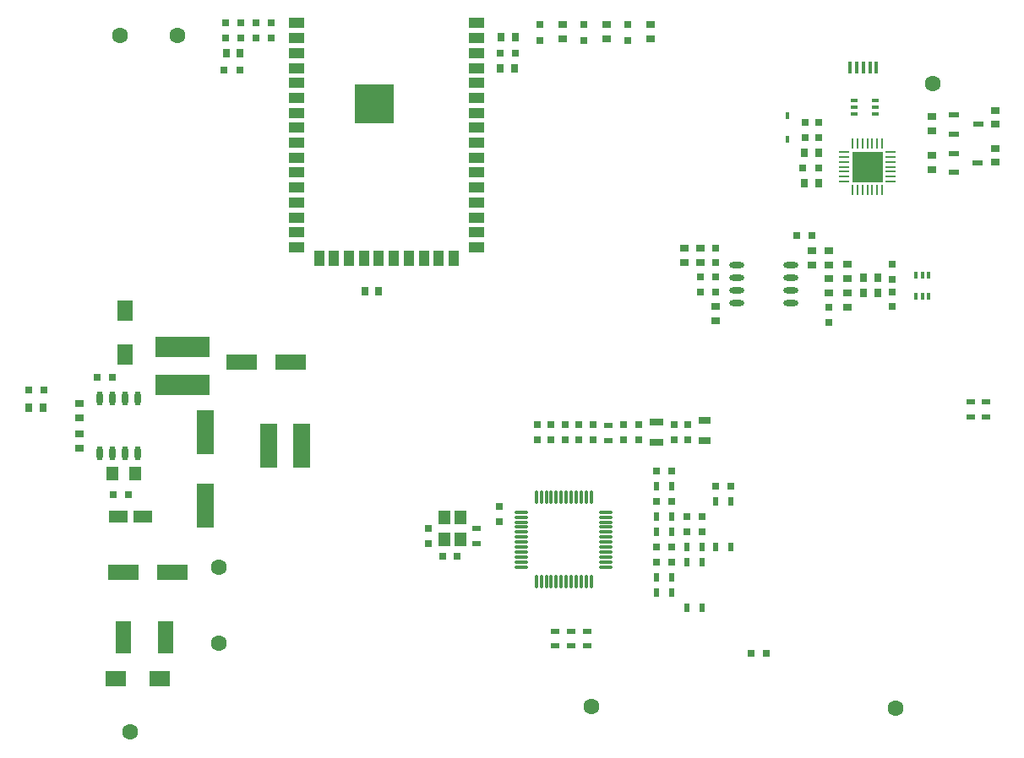
<source format=gtp>
%FSTAX23Y23*%
%MOIN*%
%SFA1B1*%

%IPPOS*%
%ADD20R,0.124000X0.063000*%
%ADD21R,0.061000X0.126400*%
%ADD22C,0.063000*%
%ADD23R,0.052800X0.031500*%
%ADD24R,0.015700X0.031500*%
%ADD25R,0.031500X0.037400*%
%ADD26R,0.157500X0.157500*%
%ADD27R,0.059100X0.039400*%
%ADD28R,0.039400X0.059100*%
%ADD29R,0.031500X0.031500*%
%ADD30R,0.017700X0.051200*%
%ADD31R,0.021700X0.035400*%
%ADD32R,0.035400X0.021700*%
%ADD33R,0.031500X0.031500*%
%ADD34R,0.216500X0.084600*%
%ADD35R,0.068900X0.177200*%
%ADD36R,0.070900X0.173200*%
%ADD37R,0.076800X0.049200*%
%ADD38R,0.049200X0.031500*%
%ADD39O,0.023600X0.057100*%
%ADD40R,0.037400X0.031500*%
%ADD41O,0.059100X0.023600*%
%ADD42O,0.057100X0.011800*%
%ADD43O,0.011800X0.057100*%
%ADD44R,0.039400X0.023600*%
%ADD45R,0.061000X0.082700*%
%ADD46R,0.050000X0.055000*%
%ADD47R,0.082700X0.061000*%
%ADD48O,0.041300X0.009800*%
%ADD49O,0.009800X0.041300*%
%ADD50R,0.123200X0.123200*%
%ADD51R,0.031500X0.015700*%
%ADD52R,0.045300X0.055100*%
%LNv1.0-1*%
%LPD*%
G54D20*
X01458Y0279D03*
X01651D03*
X01925Y0362D03*
X02117D03*
G54D21*
X01622Y02535D03*
X01457D03*
G54D22*
X01485Y0216D03*
X01445Y0491D03*
X0167D03*
X01835Y0251D03*
X04505Y02255D03*
X01835Y0281D03*
X03305Y0226D03*
X0465Y0472D03*
G54D23*
X0356Y03385D03*
Y03304D03*
G54D24*
X04584Y03965D03*
X0461D03*
X04635D03*
Y03881D03*
X04584D03*
X0461D03*
X04076Y04593D03*
Y04502D03*
G54D25*
X02409Y039D03*
X02465D03*
X03002Y04905D03*
X02947D03*
X01862Y0484D03*
X01917D03*
X03Y0478D03*
X02945D03*
X04377Y03893D03*
X04432D03*
X04377Y03953D03*
X04432D03*
X04144Y04447D03*
X04199D03*
X04144Y04327D03*
X04199D03*
X01084Y03439D03*
X0114D03*
G54D26*
X02447Y04642D03*
G54D27*
X02849Y0496D03*
X0214D03*
Y049D03*
Y04841D03*
Y04782D03*
Y04723D03*
Y04664D03*
Y04605D03*
Y04546D03*
Y04487D03*
Y04428D03*
Y04369D03*
Y0431D03*
Y04251D03*
Y04192D03*
Y04133D03*
Y04074D03*
X02849Y049D03*
Y04841D03*
Y04782D03*
Y04723D03*
Y04664D03*
Y04605D03*
Y04546D03*
Y04487D03*
Y04428D03*
Y04369D03*
Y0431D03*
Y04251D03*
Y04192D03*
Y04133D03*
Y04074D03*
G54D28*
X02229Y0403D03*
X02288D03*
X02347D03*
X02406D03*
X0276D03*
X02701D03*
X02642D03*
X02583D03*
X02524D03*
X02465D03*
G54D29*
X03795Y0313D03*
X03855D03*
X03739Y0295D03*
X0368D03*
X03619Y0319D03*
X0356D03*
X03619Y0283D03*
X0356D03*
X03935Y0247D03*
X03995D03*
X01853Y04775D03*
X01916D03*
X03004Y0484D03*
X02945D03*
X04115Y0412D03*
X04174D03*
X03619Y0289D03*
X0356D03*
X03619Y0307D03*
X0356D03*
X03739Y0301D03*
X0368D03*
X02716Y02855D03*
X02775D03*
X04199Y04387D03*
X04136D03*
X01413Y0356D03*
X01354D03*
X01476Y03096D03*
X01417D03*
X01082Y0351D03*
X01145D03*
G54D30*
X04325Y04783D03*
X04351D03*
X04376D03*
X04402D03*
X04427D03*
G54D31*
X0356Y0301D03*
X0362D03*
X0356Y0295D03*
X03619D03*
X0368Y0289D03*
X03739D03*
X0356Y0277D03*
X0362D03*
X0356Y0271D03*
X0362D03*
X03619Y0313D03*
X0356D03*
X03854Y0307D03*
X03795D03*
X03854Y0289D03*
X03795D03*
X03739Y0283D03*
X0368D03*
X03739Y0265D03*
X0368D03*
G54D32*
X03288Y02558D03*
Y02499D03*
X03224Y02558D03*
Y02499D03*
X03161Y02558D03*
Y02499D03*
X0285Y02964D03*
Y02905D03*
X0337Y0331D03*
Y03369D03*
X0486Y03464D03*
Y03405D03*
X048D03*
Y03464D03*
G54D33*
X03255Y03374D03*
Y03315D03*
X032Y03374D03*
Y03315D03*
X0309Y03315D03*
Y03374D03*
X0294Y03049D03*
Y0299D03*
X0204Y04959D03*
Y049D03*
X0186Y04959D03*
Y049D03*
X0192Y04959D03*
Y049D03*
X0198Y04959D03*
Y049D03*
X03795Y03957D03*
Y03898D03*
X03735Y03957D03*
Y03898D03*
X0424Y03778D03*
Y03837D03*
X0449Y03839D03*
Y03898D03*
X03795Y04072D03*
Y04013D03*
X0449Y04007D03*
Y03948D03*
X0331Y03315D03*
Y03374D03*
X03685D03*
Y03315D03*
X0266Y02905D03*
Y02964D03*
X0363Y03373D03*
Y03314D03*
X0349Y03374D03*
Y03315D03*
X0343Y03374D03*
Y03315D03*
X03145Y03374D03*
Y03315D03*
X03099Y04953D03*
Y0489D03*
X03273Y04953D03*
Y0489D03*
X03447Y04953D03*
Y0489D03*
X04201Y04567D03*
Y04507D03*
X04146Y04567D03*
Y04507D03*
G54D34*
X0169Y0368D03*
Y03529D03*
G54D35*
X02159Y0329D03*
X02031D03*
G54D36*
X0178Y03345D03*
Y03054D03*
G54D37*
X01436Y0301D03*
X01533D03*
G54D38*
X0375Y03389D03*
Y0331D03*
G54D39*
X01363Y03262D03*
X01413D03*
X01463D03*
X01513D03*
X01363Y03477D03*
X01413D03*
X01463D03*
X01513D03*
G54D40*
X0367Y04071D03*
Y04015D03*
X03735Y04071D03*
Y04015D03*
X03795Y03785D03*
Y03841D03*
X04175Y04005D03*
Y04061D03*
X04315Y03893D03*
Y03838D03*
Y04006D03*
Y0395D03*
X0424Y04005D03*
Y04061D03*
Y03895D03*
Y03951D03*
X04896Y0456D03*
Y04615D03*
Y0441D03*
Y04465D03*
X04646Y04535D03*
Y0459D03*
Y04382D03*
Y04438D03*
X03189Y04898D03*
Y04953D03*
X03363Y04898D03*
Y04953D03*
X03536Y04898D03*
Y04953D03*
X01285Y03282D03*
Y03337D03*
Y03402D03*
Y03457D03*
G54D41*
X03878Y03953D03*
Y04003D03*
Y03903D03*
Y03853D03*
X04091Y04003D03*
Y03953D03*
Y03903D03*
Y03853D03*
G54D42*
X03361Y02811D03*
Y02831D03*
Y02851D03*
Y0287D03*
Y0289D03*
Y0291D03*
Y02929D03*
Y02949D03*
Y02969D03*
Y02988D03*
Y03008D03*
Y03028D03*
X03028D03*
Y03008D03*
Y02988D03*
Y02969D03*
Y02949D03*
Y02929D03*
Y0291D03*
Y0289D03*
Y0287D03*
Y02851D03*
Y02831D03*
Y02811D03*
G54D43*
X03303Y03086D03*
X03283D03*
X03263D03*
X03244D03*
X03224D03*
X03204D03*
X03185D03*
X03165D03*
X03145D03*
X03126D03*
X03106D03*
X03086D03*
Y02753D03*
X03106D03*
X03126D03*
X03145D03*
X03165D03*
X03185D03*
X03204D03*
X03224D03*
X03244D03*
X03263D03*
X03283D03*
X03303D03*
G54D44*
X04829Y04559D03*
X04735Y04522D03*
Y04597D03*
X04828Y04407D03*
X04734Y0437D03*
Y04445D03*
G54D45*
X01465Y03823D03*
Y0365D03*
G54D46*
X01503Y0318D03*
X01413D03*
G54D47*
X01601Y0237D03*
X01428D03*
G54D48*
X04482Y04452D03*
Y04432D03*
Y04412D03*
Y04392D03*
Y04373D03*
Y04353D03*
Y04333D03*
X04301D03*
Y04353D03*
Y04373D03*
Y04392D03*
Y04412D03*
Y04432D03*
Y04452D03*
G54D49*
X04451Y04302D03*
X04431D03*
X04411D03*
X04392D03*
X04372D03*
X04352D03*
X04332D03*
Y04483D03*
X04352D03*
X04372D03*
X04392D03*
X04431D03*
X04451D03*
X04411D03*
G54D50*
X04392Y04392D03*
G54D51*
X04424Y04653D03*
Y04627D03*
Y04602D03*
X04339D03*
Y04653D03*
Y04627D03*
G54D52*
X02723Y0292D03*
X02786Y03007D03*
Y0292D03*
X02723Y03007D03*
M02*
</source>
